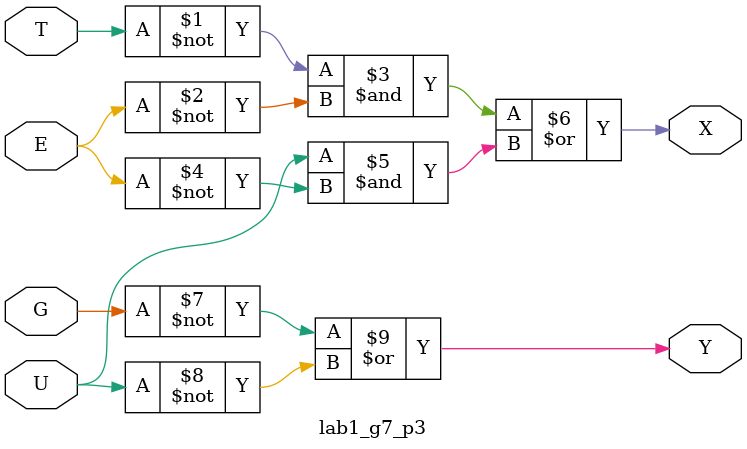
<source format=sv>
module lab1_g7_p3(
	input logic G, T, U, E,
	output logic X, Y
);

assign X = ~T&~E | U&~E;
assign Y = ~G | ~U;

endmodule
</source>
